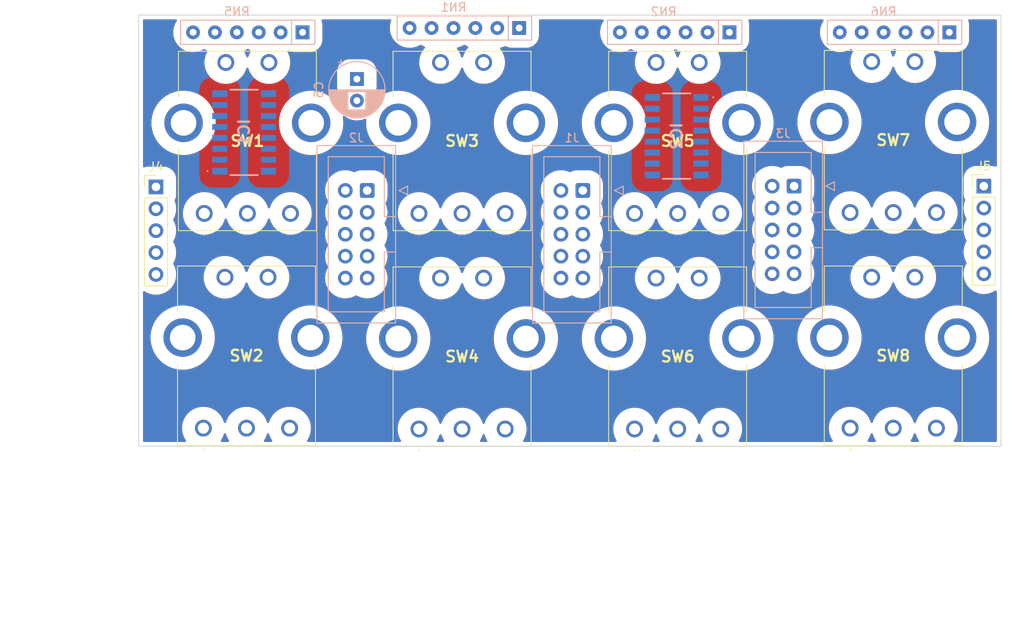
<source format=kicad_pcb>
(kicad_pcb (version 20221018) (generator pcbnew)
  (layers (0 "F.Cu" signal) (31 "B.Cu" signal) (34 "B.Paste" user) (35 "F.Paste" user) (36 "B.SilkS" user "B.Silkscreen") (37 "F.SilkS" user "F.Silkscreen") (38 "B.Mask" user) (39 "F.Mask" user) (44 "Edge.Cuts" user))
  (net 0 "")
  (net 3 "Net-(J1-Pad3)")
  (net 4 "Net-(J1-Pad4)")
  (net 5 "Net-(J1-Pad5)")
  (net 6 "Net-(J1-Pad6)")
  (net 7 "Net-(J1-Pad7)")
  (net 8 "Net-(J1-Pad8)")
  (net 9 "/D1")
  (net 10 "/D0")
  (net 11 "/GND")
  (net 12 "/VCC")
  (net 13 "/S0")
  (net 14 "/DIN_SC")
  (net 15 "/DOUT_SC")
  (net 16 "/DIN_RC")
  (net 17 "/DOUT_RC")
  (net 18 "Net-(IC1-D3)")
  (net 19 "Net-(IC1-D2)")
  (net 20 "Net-(IC1-D1)")
  (net 21 "Net-(IC1-D0)")
  (net 22 "Net-(IC1-DS)")
  (net 23 "Net-(IC2-D3)")
  (net 24 "Net-(IC2-D2)")
  (net 25 "Net-(IC2-D1)")
  (net 26 "Net-(IC2-D0)")
  (net 27 "Net-(IC1-D7)")
  (net 28 "Net-(IC1-D6)")
  (net 29 "Net-(IC1-D5)")
  (net 30 "Net-(IC1-D4)")
  (net 32 "Net-(IC2-D7)")
  (net 33 "Net-(IC2-D6)")
  (net 34 "Net-(IC2-D5)")
  (net 35 "Net-(IC2-D4)")
  (footprint "Connector_PinHeader_2.54mm:PinHeader_1x05_P2.54mm_Vertical" (layer "F.Cu") (at 97 119.92)
    (fp_text reference "J4" (at 0 -2.33) (layer "F.SilkS"))
    (fp_text value "Conn_01x05")
    (fp_line (start -1.33 -1.33) (end 0 -1.33) (stroke (width 0.12)) (layer "F.SilkS"))
    (fp_line (start -1.33 0) (end -1.33 -1.33) (stroke (width 0.12)) (layer "F.SilkS"))
    (fp_line (start -1.33 1.27) (end -1.33 11.49) (stroke (width 0.12)) (layer "F.SilkS"))
    (fp_line (start -1.33 1.27) (end 1.33 1.27) (stroke (width 0.12)) (layer "F.SilkS"))
    (fp_line (start -1.33 11.49) (end 1.33 11.49) (stroke (width 0.12)) (layer "F.SilkS"))
    (fp_line (start 1.33 1.27) (end 1.33 11.49) (stroke (width 0.12)) (layer "F.SilkS"))
    (pad "1" thru_hole rect (at 0 0) (size 1.7 1.7) (drill 1) (layers "*.Cu" "*.Mask") (net 11 "/GND"))
    (pad "2" thru_hole oval (at 0 2.54) (size 1.7 1.7) (drill 1) (layers "*.Cu" "*.Mask") (net 12 "/VCC"))
    (pad "3" thru_hole oval (at 0 5.08) (size 1.7 1.7) (drill 1) (layers "*.Cu" "*.Mask") (net 13 "/S0"))
    (pad "4" thru_hole oval (at 0 7.62) (size 1.7 1.7) (drill 1) (layers "*.Cu" "*.Mask") (net 15 "/DOUT_SC"))
    (pad "5" thru_hole oval (at 0 10.16) (size 1.7 1.7) (drill 1) (layers "*.Cu" "*.Mask") (net 17 "/DOUT_RC"))
  )
  (footprint "ksir 2022:PEC164120FS0012" (layer "F.Cu") (at 177.5 147.9)
    (fp_text reference "SW8" (at 5 -8.4) (layer "F.SilkS") (effects (font (size 1.27 1.27) (thickness 0.254))))
    (fp_text value "PEC16-4XXXF-SXXXX" hide)
    (fp_line (start -3 -18.8) (end -3 -13.5) (stroke (width 0.1)) (layer "F.SilkS"))
    (fp_line (start -3 -7.5) (end -3 2) (stroke (width 0.1)) (layer "F.SilkS"))
    (fp_line (start -3 2) (end 13 2) (stroke (width 0.1)) (layer "F.SilkS"))
    (fp_line (start 0 2.4) (end 0 2.4) (stroke (width 0.1)) (layer "F.SilkS"))
    (fp_line (start 0 2.5) (end 0 2.5) (stroke (width 0.1)) (layer "F.SilkS"))
    (fp_line (start 13 -18.8) (end -3 -18.8) (stroke (width 0.1)) (layer "F.SilkS"))
    (fp_line (start 13 -13.5) (end 13 -18.8) (stroke (width 0.1)) (layer "F.SilkS"))
    (fp_line (start 13 2) (end 13 -7.5) (stroke (width 0.1)) (layer "F.SilkS"))
    (fp_arc (start 0 2.4) (mid 0.05 2.45) (end 0 2.5) (stroke (width 0.1)) (layer "F.SilkS"))
    (fp_arc (start 0 2.5) (mid -0.05 2.45) (end 0 2.4) (stroke (width 0.1)) (layer "F.SilkS"))
    (pad "A" thru_hole circle (at 0 0) (size 1.95 1.95) (drill 1.3) (layers "*.Cu" "*.Mask"))
    (pad "B" thru_hole circle (at 5 0) (size 1.95 1.95) (drill 1.3) (layers "*.Cu" "*.Mask"))
    (pad "C" thru_hole circle (at 10 0) (size 1.95 1.95) (drill 1.3) (layers "*.Cu" "*.Mask"))
    (pad "MH1" thru_hole circle (at -2.4 -10.5) (size 4.46 4.46) (drill 2.9732) (layers "*.Cu" "*.Mask"))
    (pad "MH2" thru_hole circle (at 12.4 -10.5) (size 4.46 4.46) (drill 2.9732) (layers "*.Cu" "*.Mask"))
    (pad "S1" thru_hole circle (at 2.5 -17.5) (size 1.95 1.95) (drill 1.3) (layers "*.Cu" "*.Mask"))
    (pad "S2" thru_hole circle (at 7.5 -17.5) (size 1.95 1.95) (drill 1.3) (layers "*.Cu" "*.Mask"))
  )
  (footprint "ksir 2022:PEC164120FS0012" (layer "F.Cu") (at 127.5 148)
    (fp_text reference "SW4" (at 5 -8.4) (layer "F.SilkS") (effects (font (size 1.27 1.27) (thickness 0.254))))
    (fp_text value "PEC16-4XXXF-SXXXX" hide)
    (fp_line (start -3 -18.8) (end -3 -13.5) (stroke (width 0.1)) (layer "F.SilkS"))
    (fp_line (start -3 -7.5) (end -3 2) (stroke (width 0.1)) (layer "F.SilkS"))
    (fp_line (start -3 2) (end 13 2) (stroke (width 0.1)) (layer "F.SilkS"))
    (fp_line (start 0 2.4) (end 0 2.4) (stroke (width 0.1)) (layer "F.SilkS"))
    (fp_line (start 0 2.5) (end 0 2.5) (stroke (width 0.1)) (layer "F.SilkS"))
    (fp_line (start 13 -18.8) (end -3 -18.8) (stroke (width 0.1)) (layer "F.SilkS"))
    (fp_line (start 13 -13.5) (end 13 -18.8) (stroke (width 0.1)) (layer "F.SilkS"))
    (fp_line (start 13 2) (end 13 -7.5) (stroke (width 0.1)) (layer "F.SilkS"))
    (fp_arc (start 0 2.4) (mid 0.05 2.45) (end 0 2.5) (stroke (width 0.1)) (layer "F.SilkS"))
    (fp_arc (start 0 2.5) (mid -0.05 2.45) (end 0 2.4) (stroke (width 0.1)) (layer "F.SilkS"))
    (pad "A" thru_hole circle (at 0 0) (size 1.95 1.95) (drill 1.3) (layers "*.Cu" "*.Mask"))
    (pad "B" thru_hole circle (at 5 0) (size 1.95 1.95) (drill 1.3) (layers "*.Cu" "*.Mask"))
    (pad "C" thru_hole circle (at 10 0) (size 1.95 1.95) (drill 1.3) (layers "*.Cu" "*.Mask"))
    (pad "MH1" thru_hole circle (at -2.4 -10.5) (size 4.46 4.46) (drill 2.9732) (layers "*.Cu" "*.Mask"))
    (pad "MH2" thru_hole circle (at 12.4 -10.5) (size 4.46 4.46) (drill 2.9732) (layers "*.Cu" "*.Mask"))
    (pad "S1" thru_hole circle (at 2.5 -17.5) (size 1.95 1.95) (drill 1.3) (layers "*.Cu" "*.Mask"))
    (pad "S2" thru_hole circle (at 7.5 -17.5) (size 1.95 1.95) (drill 1.3) (layers "*.Cu" "*.Mask"))
  )
  (footprint "Connector_PinHeader_2.54mm:PinHeader_1x05_P2.54mm_Vertical" (layer "F.Cu") (at 193 119.84)
    (fp_text reference "J5" (at 0 -2.33) (layer "F.SilkS"))
    (fp_text value "Conn_01x05")
    (fp_line (start -1.33 -1.33) (end 0 -1.33) (stroke (width 0.12)) (layer "F.SilkS"))
    (fp_line (start -1.33 0) (end -1.33 -1.33) (stroke (width 0.12)) (layer "F.SilkS"))
    (fp_line (start -1.33 1.27) (end -1.33 11.49) (stroke (width 0.12)) (layer "F.SilkS"))
    (fp_line (start -1.33 1.27) (end 1.33 1.27) (stroke (width 0.12)) (layer "F.SilkS"))
    (fp_line (start -1.33 11.49) (end 1.33 11.49) (stroke (width 0.12)) (layer "F.SilkS"))
    (fp_line (start 1.33 1.27) (end 1.33 11.49) (stroke (width 0.12)) (layer "F.SilkS"))
    (pad "1" thru_hole rect (at 0 0) (size 1.7 1.7) (drill 1) (layers "*.Cu" "*.Mask") (net 11 "/GND"))
    (pad "2" thru_hole oval (at 0 2.54) (size 1.7 1.7) (drill 1) (layers "*.Cu" "*.Mask") (net 12 "/VCC"))
    (pad "3" thru_hole oval (at 0 5.08) (size 1.7 1.7) (drill 1) (layers "*.Cu" "*.Mask") (net 13 "/S0"))
    (pad "4" thru_hole oval (at 0 7.62) (size 1.7 1.7) (drill 1) (layers "*.Cu" "*.Mask") (net 15 "/DOUT_SC"))
    (pad "5" thru_hole oval (at 0 10.16) (size 1.7 1.7) (drill 1) (layers "*.Cu" "*.Mask") (net 17 "/DOUT_RC"))
  )
  (footprint "ksir 2022:PEC164120FS0012" (layer "F.Cu") (at 102.6 123)
    (fp_text reference "SW1" (at 5 -8.4) (layer "F.SilkS") (effects (font (size 1.27 1.27) (thickness 0.254))))
    (fp_text value "PEC16-4XXXF-SXXXX" hide)
    (fp_line (start -3 -18.8) (end -3 -13.5) (stroke (width 0.1)) (layer "F.SilkS"))
    (fp_line (start -3 -7.5) (end -3 2) (stroke (width 0.1)) (layer "F.SilkS"))
    (fp_line (start -3 2) (end 13 2) (stroke (width 0.1)) (layer "F.SilkS"))
    (fp_line (start 0 2.4) (end 0 2.4) (stroke (width 0.1)) (layer "F.SilkS"))
    (fp_line (start 0 2.5) (end 0 2.5) (stroke (width 0.1)) (layer "F.SilkS"))
    (fp_line (start 13 -18.8) (end -3 -18.8) (stroke (width 0.1)) (layer "F.SilkS"))
    (fp_line (start 13 -13.5) (end 13 -18.8) (stroke (width 0.1)) (layer "F.SilkS"))
    (fp_line (start 13 2) (end 13 -7.5) (stroke (width 0.1)) (layer "F.SilkS"))
    (fp_arc (start 0 2.4) (mid 0.05 2.45) (end 0 2.5) (stroke (width 0.1)) (layer "F.SilkS"))
    (fp_arc (start 0 2.5) (mid -0.05 2.45) (end 0 2.4) (stroke (width 0.1)) (layer "F.SilkS"))
    (pad "A" thru_hole circle (at 0 0) (size 1.95 1.95) (drill 1.3) (layers "*.Cu" "*.Mask"))
    (pad "B" thru_hole circle (at 5 0) (size 1.95 1.95) (drill 1.3) (layers "*.Cu" "*.Mask"))
    (pad "C" thru_hole circle (at 10 0) (size 1.95 1.95) (drill 1.3) (layers "*.Cu" "*.Mask"))
    (pad "MH1" thru_hole circle (at -2.4 -10.5) (size 4.46 4.46) (drill 2.9732) (layers "*.Cu" "*.Mask"))
    (pad "MH2" thru_hole circle (at 12.4 -10.5) (size 4.46 4.46) (drill 2.9732) (layers "*.Cu" "*.Mask"))
    (pad "S1" thru_hole circle (at 2.5 -17.5) (size 1.95 1.95) (drill 1.3) (layers "*.Cu" "*.Mask"))
    (pad "S2" thru_hole circle (at 7.5 -17.5) (size 1.95 1.95) (drill 1.3) (layers "*.Cu" "*.Mask"))
  )
  (footprint "ksir 2022:PEC164120FS0012" (layer "F.Cu") (at 152.5 123)
    (fp_text reference "SW5" (at 5 -8.4) (layer "F.SilkS") (effects (font (size 1.27 1.27) (thickness 0.254))))
    (fp_text value "PEC16-4XXXF-SXXXX" hide)
    (fp_line (start -3 -18.8) (end -3 -13.5) (stroke (width 0.1)) (layer "F.SilkS"))
    (fp_line (start -3 -7.5) (end -3 2) (stroke (width 0.1)) (layer "F.SilkS"))
    (fp_line (start -3 2) (end 13 2) (stroke (width 0.1)) (layer "F.SilkS"))
    (fp_line (start 0 2.4) (end 0 2.4) (stroke (width 0.1)) (layer "F.SilkS"))
    (fp_line (start 0 2.5) (end 0 2.5) (stroke (width 0.1)) (layer "F.SilkS"))
    (fp_line (start 13 -18.8) (end -3 -18.8) (stroke (width 0.1)) (layer "F.SilkS"))
    (fp_line (start 13 -13.5) (end 13 -18.8) (stroke (width 0.1)) (layer "F.SilkS"))
    (fp_line (start 13 2) (end 13 -7.5) (stroke (width 0.1)) (layer "F.SilkS"))
    (fp_arc (start 0 2.4) (mid 0.05 2.45) (end 0 2.5) (stroke (width 0.1)) (layer "F.SilkS"))
    (fp_arc (start 0 2.5) (mid -0.05 2.45) (end 0 2.4) (stroke (width 0.1)) (layer "F.SilkS"))
    (pad "A" thru_hole circle (at 0 0) (size 1.95 1.95) (drill 1.3) (layers "*.Cu" "*.Mask"))
    (pad "B" thru_hole circle (at 5 0) (size 1.95 1.95) (drill 1.3) (layers "*.Cu" "*.Mask"))
    (pad "C" thru_hole circle (at 10 0) (size 1.95 1.95) (drill 1.3) (layers "*.Cu" "*.Mask"))
    (pad "MH1" thru_hole circle (at -2.4 -10.5) (size 4.46 4.46) (drill 2.9732) (layers "*.Cu" "*.Mask"))
    (pad "MH2" thru_hole circle (at 12.4 -10.5) (size 4.46 4.46) (drill 2.9732) (layers "*.Cu" "*.Mask"))
    (pad "S1" thru_hole circle (at 2.5 -17.5) (size 1.95 1.95) (drill 1.3) (layers "*.Cu" "*.Mask"))
    (pad "S2" thru_hole circle (at 7.5 -17.5) (size 1.95 1.95) (drill 1.3) (layers "*.Cu" "*.Mask"))
  )
  (footprint "ksir 2022:PEC164120FS0012" (layer "F.Cu") (at 102.5 147.9)
    (fp_text reference "SW2" (at 5 -8.4) (layer "F.SilkS") (effects (font (size 1.27 1.27) (thickness 0.254))))
    (fp_text value "PEC16-4XXXF-SXXXX" hide)
    (fp_line (start -3 -18.8) (end -3 -13.5) (stroke (width 0.1)) (layer "F.SilkS"))
    (fp_line (start -3 -7.5) (end -3 2) (stroke (width 0.1)) (layer "F.SilkS"))
    (fp_line (start -3 2) (end 13 2) (stroke (width 0.1)) (layer "F.SilkS"))
    (fp_line (start 0 2.4) (end 0 2.4) (stroke (width 0.1)) (layer "F.SilkS"))
    (fp_line (start 0 2.5) (end 0 2.5) (stroke (width 0.1)) (layer "F.SilkS"))
    (fp_line (start 13 -18.8) (end -3 -18.8) (stroke (width 0.1)) (layer "F.SilkS"))
    (fp_line (start 13 -13.5) (end 13 -18.8) (stroke (width 0.1)) (layer "F.SilkS"))
    (fp_line (start 13 2) (end 13 -7.5) (stroke (width 0.1)) (layer "F.SilkS"))
    (fp_arc (start 0 2.4) (mid 0.05 2.45) (end 0 2.5) (stroke (width 0.1)) (layer "F.SilkS"))
    (fp_arc (start 0 2.5) (mid -0.05 2.45) (end 0 2.4) (stroke (width 0.1)) (layer "F.SilkS"))
    (pad "A" thru_hole circle (at 0 0) (size 1.95 1.95) (drill 1.3) (layers "*.Cu" "*.Mask"))
    (pad "B" thru_hole circle (at 5 0) (size 1.95 1.95) (drill 1.3) (layers "*.Cu" "*.Mask"))
    (pad "C" thru_hole circle (at 10 0) (size 1.95 1.95) (drill 1.3) (layers "*.Cu" "*.Mask"))
    (pad "MH1" thru_hole circle (at -2.4 -10.5) (size 4.46 4.46) (drill 2.9732) (layers "*.Cu" "*.Mask"))
    (pad "MH2" thru_hole circle (at 12.4 -10.5) (size 4.46 4.46) (drill 2.9732) (layers "*.Cu" "*.Mask"))
    (pad "S1" thru_hole circle (at 2.5 -17.5) (size 1.95 1.95) (drill 1.3) (layers "*.Cu" "*.Mask"))
    (pad "S2" thru_hole circle (at 7.5 -17.5) (size 1.95 1.95) (drill 1.3) (layers "*.Cu" "*.Mask"))
  )
  (footprint "ksir 2022:PEC164120FS0012" (layer "F.Cu") (at 127.5 123)
    (fp_text reference "SW3" (at 5 -8.4) (layer "F.SilkS") (effects (font (size 1.27 1.27) (thickness 0.254))))
    (fp_text value "PEC16-4XXXF-SXXXX" hide)
    (fp_line (start -3 -18.8) (end -3 -13.5) (stroke (width 0.1)) (layer "F.SilkS"))
    (fp_line (start -3 -7.5) (end -3 2) (stroke (width 0.1)) (layer "F.SilkS"))
    (fp_line (start -3 2) (end 13 2) (stroke (width 0.1)) (layer "F.SilkS"))
    (fp_line (start 0 2.4) (end 0 2.4) (stroke (width 0.1)) (layer "F.SilkS"))
    (fp_line (start 0 2.5) (end 0 2.5) (stroke (width 0.1)) (layer "F.SilkS"))
    (fp_line (start 13 -18.8) (end -3 -18.8) (stroke (width 0.1)) (layer "F.SilkS"))
    (fp_line (start 13 -13.5) (end 13 -18.8) (stroke (width 0.1)) (layer "F.SilkS"))
    (fp_line (start 13 2) (end 13 -7.5) (stroke (width 0.1)) (layer "F.SilkS"))
    (fp_arc (start 0 2.4) (mid 0.05 2.45) (end 0 2.5) (stroke (width 0.1)) (layer "F.SilkS"))
    (fp_arc (start 0 2.5) (mid -0.05 2.45) (end 0 2.4) (stroke (width 0.1)) (layer "F.SilkS"))
    (pad "A" thru_hole circle (at 0 0) (size 1.95 1.95) (drill 1.3) (layers "*.Cu" "*.Mask"))
    (pad "B" thru_hole circle (at 5 0) (size 1.95 1.95) (drill 1.3) (layers "*.Cu" "*.Mask"))
    (pad "C" thru_hole circle (at 10 0) (size 1.95 1.95) (drill 1.3) (layers "*.Cu" "*.Mask"))
    (pad "MH1" thru_hole circle (at -2.4 -10.5) (size 4.46 4.46) (drill 2.9732) (layers "*.Cu" "*.Mask"))
    (pad "MH2" thru_hole circle (at 12.4 -10.5) (size 4.46 4.46) (drill 2.9732) (layers "*.Cu" "*.Mask"))
    (pad "S1" thru_hole circle (at 2.5 -17.5) (size 1.95 1.95) (drill 1.3) (layers "*.Cu" "*.Mask"))
    (pad "S2" thru_hole circle (at 7.5 -17.5) (size 1.95 1.95) (drill 1.3) (layers "*.Cu" "*.Mask"))
  )
  (footprint "ksir 2022:PEC164120FS0012" (layer "F.Cu") (at 152.5 148)
    (fp_text reference "SW6" (at 5 -8.4) (layer "F.SilkS") (effects (font (size 1.27 1.27) (thickness 0.254))))
    (fp_text value "PEC16-4XXXF-SXXXX" hide)
    (fp_line (start -3 -18.8) (end -3 -13.5) (stroke (width 0.1)) (layer "F.SilkS"))
    (fp_line (start -3 -7.5) (end -3 2) (stroke (width 0.1)) (layer "F.SilkS"))
    (fp_line (start -3 2) (end 13 2) (stroke (width 0.1)) (layer "F.SilkS"))
    (fp_line (start 0 2.4) (end 0 2.4) (stroke (width 0.1)) (layer "F.SilkS"))
    (fp_line (start 0 2.5) (end 0 2.5) (stroke (width 0.1)) (layer "F.SilkS"))
    (fp_line (start 13 -18.8) (end -3 -18.8) (stroke (width 0.1)) (layer "F.SilkS"))
    (fp_line (start 13 -13.5) (end 13 -18.8) (stroke (width 0.1)) (layer "F.SilkS"))
    (fp_line (start 13 2) (end 13 -7.5) (stroke (width 0.1)) (layer "F.SilkS"))
    (fp_arc (start 0 2.4) (mid 0.05 2.45) (end 0 2.5) (stroke (width 0.1)) (layer "F.SilkS"))
    (fp_arc (start 0 2.5) (mid -0.05 2.45) (end 0 2.4) (stroke (width 0.1)) (layer "F.SilkS"))
    (pad "A" thru_hole circle (at 0 0) (size 1.95 1.95) (drill 1.3) (layers "*.Cu" "*.Mask"))
    (pad "B" thru_hole circle (at 5 0) (size 1.95 1.95) (drill 1.3) (layers "*.Cu" "*.Mask"))
    (pad "C" thru_hole circle (at 10 0) (size 1.95 1.95) (drill 1.3) (layers "*.Cu" "*.Mask"))
    (pad "MH1" thru_hole circle (at -2.4 -10.5) (size 4.46 4.46) (drill 2.9732) (layers "*.Cu" "*.Mask"))
    (pad "MH2" thru_hole circle (at 12.4 -10.5) (size 4.46 4.46) (drill 2.9732) (layers "*.Cu" "*.Mask"))
    (pad "S1" thru_hole circle (at 2.5 -17.5) (size 1.95 1.95) (drill 1.3) (layers "*.Cu" "*.Mask"))
    (pad "S2" thru_hole circle (at 7.5 -17.5) (size 1.95 1.95) (drill 1.3) (layers "*.Cu" "*.Mask"))
  )
  (footprint "ksir 2022:PEC164120FS0012" (layer "F.Cu") (at 177.5 122.9)
    (fp_text reference "SW7" (at 5 -8.4) (layer "F.SilkS") (effects (font (size 1.27 1.27) (thickness 0.254))))
    (fp_text value "PEC16-4XXXF-SXXXX" hide)
    (fp_line (start -3 -18.8) (end -3 -13.5) (stroke (width 0.1)) (layer "F.SilkS"))
    (fp_line (start -3 -7.5) (end -3 2) (stroke (width 0.1)) (layer "F.SilkS"))
    (fp_line (start -3 2) (end 13 2) (stroke (width 0.1)) (layer "F.SilkS"))
    (fp_line (start 0 2.4) (end 0 2.4) (stroke (width 0.1)) (layer "F.SilkS"))
    (fp_line (start 0 2.5) (end 0 2.5) (stroke (width 0.1)) (layer "F.SilkS"))
    (fp_line (start 13 -18.8) (end -3 -18.8) (stroke (width 0.1)) (layer "F.SilkS"))
    (fp_line (start 13 -13.5) (end 13 -18.8) (stroke (width 0.1)) (layer "F.SilkS"))
    (fp_line (start 13 2) (end 13 -7.5) (stroke (width 0.1)) (layer "F.SilkS"))
    (fp_arc (start 0 2.4) (mid 0.05 2.45) (end 0 2.5) (stroke (width 0.1)) (layer "F.SilkS"))
    (fp_arc (start 0 2.5) (mid -0.05 2.45) (end 0 2.4) (stroke (width 0.1)) (layer "F.SilkS"))
    (pad "A" thru_hole circle (at 0 0) (size 1.95 1.95) (drill 1.3) (layers "*.Cu" "*.Mask"))
    (pad "B" thru_hole circle (at 5 0) (size 1.95 1.95) (drill 1.3) (layers "*.Cu" "*.Mask"))
    (pad "C" thru_hole circle (at 10 0) (size 1.95 1.95) (drill 1.3) (layers "*.Cu" "*.Mask"))
    (pad "MH1" thru_hole circle (at -2.4 -10.5) (size 4.46 4.46) (drill 2.9732) (layers "*.Cu" "*.Mask"))
    (pad "MH2" thru_hole circle (at 12.4 -10.5) (size 4.46 4.46) (drill 2.9732) (layers "*.Cu" "*.Mask"))
    (pad "S1" thru_hole circle (at 2.5 -17.5) (size 1.95 1.95) (drill 1.3) (layers "*.Cu" "*.Mask"))
    (pad "S2" thru_hole circle (at 7.5 -17.5) (size 1.95 1.95) (drill 1.3) (layers "*.Cu" "*.Mask"))
  )
  (footprint "Resistor_THT:R_Array_SIP6" (layer "B.Cu") (at 189 102 180)
    (fp_text reference "RN6" (at 7.62 2.4) (layer "B.SilkS") (effects (justify mirror)))
    (fp_text value "10K")
    (fp_line (start -1.44 -1.4) (end 14.14 -1.4) (stroke (width 0.12)) (layer "B.SilkS"))
    (fp_line (start -1.44 1.4) (end -1.44 -1.4) (stroke (width 0.12)) (layer "B.SilkS"))
    (fp_line (start 1.27 1.4) (end 1.27 -1.4) (stroke (width 0.12)) (layer "B.SilkS"))
    (fp_line (start 14.14 -1.4) (end 14.14 1.4) (stroke (width 0.12)) (layer "B.SilkS"))
    (fp_line (start 14.14 1.4) (end -1.44 1.4) (stroke (width 0.12)) (layer "B.SilkS"))
    (pad "1" thru_hole rect (at 0 0 180) (size 1.6 1.6) (drill 0.8) (layers "*.Cu" "*.Mask") (net 12 "/VCC"))
    (pad "2" thru_hole oval (at 2.54 0 180) (size 1.6 1.6) (drill 0.8) (layers "*.Cu" "*.Mask") (net 32 "Net-(IC2-D7)"))
    (pad "3" thru_hole oval (at 5.08 0 180) (size 1.6 1.6) (drill 0.8) (layers "*.Cu" "*.Mask") (net 33 "Net-(IC2-D6)"))
    (pad "4" thru_hole oval (at 7.62 0 180) (size 1.6 1.6) (drill 0.8) (layers "*.Cu" "*.Mask") (net 34 "Net-(IC2-D5)"))
    (pad "5" thru_hole oval (at 10.16 0 180) (size 1.6 1.6) (drill 0.8) (layers "*.Cu" "*.Mask") (net 35 "Net-(IC2-D4)"))
    (pad "6" thru_hole oval (at 12.7 0 180) (size 1.6 1.6) (drill 0.8) (layers "*.Cu" "*.Mask"))
  )
  (footprint "Resistor_THT:R_Array_SIP6" (layer "B.Cu") (at 163.5 102 180)
    (fp_text reference "RN2" (at 7.62 2.4) (layer "B.SilkS") (effects (justify mirror)))
    (fp_text value "10K")
    (fp_line (start -1.44 -1.4) (end 14.14 -1.4) (stroke (width 0.12)) (layer "B.SilkS"))
    (fp_line (start -1.44 1.4) (end -1.44 -1.4) (stroke (width 0.12)) (layer "B.SilkS"))
    (fp_line (start 1.27 1.4) (end 1.27 -1.4) (stroke (width 0.12)) (layer "B.SilkS"))
    (fp_line (start 14.14 -1.4) (end 14.14 1.4) (stroke (width 0.12)) (layer "B.SilkS"))
    (fp_line (start 14.14 1.4) (end -1.44 1.4) (stroke (width 0.12)) (layer "B.SilkS"))
    (pad "1" thru_hole rect (at 0 0 180) (size 1.6 1.6) (drill 0.8) (layers "*.Cu" "*.Mask") (net 12 "/VCC"))
    (pad "2" thru_hole oval (at 2.54 0 180) (size 1.6 1.6) (drill 0.8) (layers "*.Cu" "*.Mask") (net 23 "Net-(IC2-D3)"))
    (pad "3" thru_hole oval (at 5.08 0 180) (size 1.6 1.6) (drill 0.8) (layers "*.Cu" "*.Mask") (net 24 "Net-(IC2-D2)"))
    (pad "4" thru_hole oval (at 7.62 0 180) (size 1.6 1.6) (drill 0.8) (layers "*.Cu" "*.Mask") (net 25 "Net-(IC2-D1)"))
    (pad "5" thru_hole oval (at 10.16 0 180) (size 1.6 1.6) (drill 0.8) (layers "*.Cu" "*.Mask") (net 26 "Net-(IC2-D0)"))
    (pad "6" thru_hole oval (at 12.7 0 180) (size 1.6 1.6) (drill 0.8) (layers "*.Cu" "*.Mask") (net 13 "/S0"))
  )
  (footprint "Capacitor_THT:CP_Radial_D6.3mm_P2.50mm" (layer "B.Cu") (at 120.3 107.417621 -90)
    (fp_text reference "C5" (at 1.25 4.4 -270) (layer "B.SilkS") (effects (justify mirror)))
    (fp_text value "100UF")
    (fp_line (start -2.250241 1.839) (end -1.620241 1.839) (stroke (width 0.12)) (layer "B.SilkS"))
    (fp_line (start -1.935241 2.154) (end -1.935241 1.524) (stroke (width 0.12)) (layer "B.SilkS"))
    (fp_line (start 1.25 3.23) (end 1.25 -3.23) (stroke (width 0.12)) (layer "B.SilkS"))
    (fp_line (start 1.29 3.23) (end 1.29 -3.23) (stroke (width 0.12)) (layer "B.SilkS"))
    (fp_line (start 1.33 3.23) (end 1.33 -3.23) (stroke (width 0.12)) (layer "B.SilkS"))
    (fp_line (start 1.37 3.228) (end 1.37 -3.228) (stroke (width 0.12)) (layer "B.SilkS"))
    (fp_line (start 1.41 3.227) (end 1.41 -3.227) (stroke (width 0.12)) (layer "B.SilkS"))
    (fp_line (start 1.45 3.224) (end 1.45 -3.224) (stroke (width 0.12)) (layer "B.SilkS"))
    (fp_line (start 1.49 -1.04) (end 1.49 -3.222) (stroke (width 0.12)) (layer "B.SilkS"))
    (fp_line (start 1.49 3.222) (end 1.49 1.04) (stroke (width 0.12)) (layer "B.SilkS"))
    (fp_line (start 1.53 -1.04) (end 1.53 -3.218) (stroke (width 0.12)) (layer "B.SilkS"))
    (fp_line (start 1.53 3.218) (end 1.53 1.04) (stroke (width 0.12)) (layer "B.SilkS"))
    (fp_line (start 1.57 -1.04) (end 1.57 -3.215) (stroke (width 0.12)) (layer "B.SilkS"))
    (fp_line (start 1.57 3.215) (end 1.57 1.04) (stroke (width 0.12)) (layer "B.SilkS"))
    (fp_line (start 1.61 -1.04) (end 1.61 -3.211) (stroke (width 0.12)) (layer "B.SilkS"))
    (fp_line (start 1.61 3.211) (end 1.61 1.04) (stroke (width 0.12)) (layer "B.SilkS"))
    (fp_line (start 1.65 -1.04) (end 1.65 -3.206) (stroke (width 0.12)) (layer "B.SilkS"))
    (fp_line (start 1.65 3.206) (end 1.65 1.04) (stroke (width 0.12)) (layer "B.SilkS"))
    (fp_line (start 1.69 -1.04) (end 1.69 -3.201) (stroke (width 0.12)) (layer "B.SilkS"))
    (fp_line (start 1.69 3.201) (end 1.69 1.04) (stroke (width 0.12)) (layer "B.SilkS"))
    (fp_line (start 1.73 -1.04) (end 1.73 -3.195) (stroke (width 0.12)) (layer "B.SilkS"))
    (fp_line (start 1.73 3.195) (end 1.73 1.04) (stroke (width 0.12)) (layer "B.SilkS"))
    (fp_line (start 1.77 -1.04) (end 1.77 -3.189) (stroke (width 0.12)) (layer "B.SilkS"))
    (fp_line (start 1.77 3.189) (end 1.77 1.04) (stroke (width 0.12)) (layer "B.SilkS"))
    (fp_line (start 1.81 -1.04) (end 1.81 -3.182) (stroke (width 0.12)) (layer "B.SilkS"))
    (fp_line (start 1.81 3.182) (end 1.81 1.04) (stroke (width 0.12)) (layer "B.SilkS"))
    (fp_line (start 1.85 -1.04) (end 1.85 -3.175) (stroke (width 0.12)) (layer "B.SilkS"))
    (fp_line (start 1.85 3.175) (end 1.85 1.04) (stroke (width 0.12)) (layer "B.SilkS"))
    (fp_line (start 1.89 -1.04) (end 1.89 -3.167) (stroke (width 0.12)) (layer "B.SilkS"))
    (fp_line (start 1.89 3.167) (end 1.89 1.04) (stroke (width 0.12)) (layer "B.SilkS"))
    (fp_line (start 1.93 -1.04) (end 1.93 -3.159) (stroke (width 0.12)) (layer "B.SilkS"))
    (fp_line (start 1.93 3.159) (end 1.93 1.04) (stroke (width 0.12)) (layer "B.SilkS"))
    (fp_line (start 1.971 -1.04) (end 1.971 -3.15) (stroke (width 0.12)) (layer "B.SilkS"))
    (fp_line (start 1.971 3.15) (end 1.971 1.04) (stroke (width 0.12)) (layer "B.SilkS"))
    (fp_line (start 2.011 -1.04) (end 2.011 -3.141) (stroke (width 0.12)) (layer "B.SilkS"))
    (fp_line (start 2.011 3.141) (end 2.011 1.04) (stroke (width 0.12)) (layer "B.SilkS"))
    (fp_line (start 2.051 -1.04) (end 2.051 -3.131) (stroke (width 0.12)) (layer "B.SilkS"))
    (fp_line (start 2.051 3.131) (end 2.051 1.04) (stroke (width 0.12)) (layer "B.SilkS"))
    (fp_line (start 2.091 -1.04) (end 2.091 -3.121) (stroke (width 0.12)) (layer "B.SilkS"))
    (fp_line (start 2.091 3.121) (end 2.091 1.04) (stroke (width 0.12)) (layer "B.SilkS"))
    (fp_line (start 2.131 -1.04) (end 2.131 -3.11) (stroke (width 0.12)) (layer "B.SilkS"))
    (fp_line (start 2.131 3.11) (end 2.131 1.04) (stroke (width 0.12)) (layer "B.SilkS"))
    (fp_line (start 2.171 -1.04) (end 2.171 -3.098) (stroke (width 0.12)) (layer "B.SilkS"))
    (fp_line (start 2.171 3.098) (end 2.171 1.04) (stroke (width 0.12)) (layer "B.SilkS"))
    (fp_line (start 2.211 -1.04) (end 2.211 -3.086) (stroke (width 0.12)) (layer "B.SilkS"))
    (fp_line (start 2.211 3.086) (end 2.211 1.04) (stroke (width 0.12)) (layer "B.SilkS"))
    (fp_line (start 2.251 -1.04) (end 2.251 -3.074) (stroke (width 0.12)) (layer "B.SilkS"))
    (fp_line (start 2.251 3.074) (end 2.251 1.04) (stroke (width 0.12)) (layer "B.SilkS"))
    (fp_line (start 2.291 -1.04) (end 2.291 -3.061) (stroke (width 0.12)) (layer "B.SilkS"))
    (fp_line (start 2.291 3.061) (end 2.291 1.04) (stroke (width 0.12)) (layer "B.SilkS"))
    (fp_line (start 2.331 -1.04) (end 2.331 -3.047) (stroke (width 0.12)) (layer "B.SilkS"))
    (fp_line (start 2.331 3.047) (end 2.331 1.04) (stroke (width 0.12)) (layer "B.SilkS"))
    (fp_line (start 2.371 -1.04) (end 2.371 -3.033) (stroke (width 0.12)) (layer "B.SilkS"))
    (fp_line (start 2.371 3.033) (end 2.371 1.04) (stroke (width 0.12)) (layer "B.SilkS"))
    (fp_line (start 2.411 -1.04) (end 2.411 -3.018) (stroke (width 0.12)) (layer "B.SilkS"))
    (fp_line (start 2.411 3.018) (end 2.411 1.04) (stroke (width 0.12)) (layer "B.SilkS"))
    (fp_line (start 2.451 -1.04) (end 2.451 -3.002) (stroke (width 0.12)) (layer "B.SilkS"))
    (fp_line (start 2.451 3.002) (end 2.451 1.04) (stroke (width 0.12)) (layer "B.SilkS"))
    (fp_line (start 2.491 -1.04) (end 2.491 -2.986) (stroke (width 0.12)) (layer "B.SilkS"))
    (fp_line (start 2.491 2.986) (end 2.491 1.04) (stroke (width 0.12)) (layer "B.SilkS"))
    (fp_line (start 2.531 -1.04) (end 2.531 -2.97) (stroke (width 0.12)) (layer "B.SilkS"))
    (fp_line (start 2.531 2.97) (end 2.531 1.04) (stroke (width 0.12)) (layer "B.SilkS"))
    (fp_line (start 2.571 -1.04) (end 2.571 -2.952) (stroke (width 0.12)) (layer "B.SilkS"))
    (fp_line (start 2.571 2.952) (end 2.571 1.04) (stroke (width 0.12)) (layer "B.SilkS"))
    (fp_line (start 2.611 -1.04) (end 2.611 -2.934) (stroke (width 0.12)) (layer "B.SilkS"))
    (fp_line (start 2.611 2.934) (end 2.611 1.04) (stroke (width 0.12)) (layer "B.SilkS"))
    (fp_line (start 2.651 -1.04) (end 2.651 -2.916) (stroke (width 0.12)) (layer "B.SilkS"))
    (fp_line (start 2.651 2.916) (end 2.651 1.04) (stroke (width 0.12)) (layer "B.SilkS"))
    (fp_line (start 2.691 -1.04) (end 2.691 -2.896) (stroke (width 0.12)) (layer "B.SilkS"))
    (fp_line (start 2.691 2.896) (end 2.691 1.04) (stroke (width 0.12)) (layer "B.SilkS"))
    (fp_line (start 2.731 -1.04) (end 2.731 -2.876) (stroke (width 0.12)) (layer "B.SilkS"))
    (fp_line (start 2.731 2.876) (end 2.731 1.04) (stroke (width 0.12)) (layer "B.SilkS"))
    (fp_line (start 2.771 -1.04) (end 2.771 -2.856) (stroke (width 0.12)) (layer "B.SilkS"))
    (fp_line (start 2.771 2.856) (end 2.771 1.04) (stroke (width 0.12)) (layer "B.SilkS"))
    (fp_line (start 2.811 -1.04) (end 2.811 -2.834) (stroke (width 0.12)) (layer "B.SilkS"))
    (fp_line (start 2.811 2.834) (end 2.811 1.04) (stroke (width 0.12)) (layer "B.SilkS"))
    (fp_line (start 2.851 -1.04) (end 2.851 -2.812) (stroke (width 0.12)) (layer "B.SilkS"))
    (fp_line (start 2.851 2.812) (end 2.851 1.04) (stroke (width 0.12)) (layer "B.SilkS"))
    (fp_line (start 2.891 -1.04) (end 2.891 -2.79) (stroke (width 0.12)) (layer "B.SilkS"))
    (fp_line (start 2.891 2.79) (end 2.891 1.04) (stroke (width 0.12)) (layer "B.SilkS"))
    (fp_line (start 2.931 -1.04) (end 2.931 -2.766) (stroke (width 0.12)) (layer "B.SilkS"))
    (fp_line (start 2.931 2.766) (end 2.931 1.04) (stroke (width 0.12)) (layer "B.SilkS"))
    (fp_line (start 2.971 -1.04) (end 2.971 -2.742) (stroke (width 0.12)) (layer "B.SilkS"))
    (fp_line (start 2.971 2.742) (end 2.971 1.04) (stroke (width 0.12)) (layer "B.SilkS"))
    (fp_line (start 3.011 -1.04) (end 3.011 -2.716) (stroke (width 0.12)) (layer "B.SilkS"))
    (fp_line (start 3.011 2.716) (end 3.011 1.04) (stroke (width 0.12)) (layer "B.SilkS"))
    (fp_line (start 3.051 -1.04) (end 3.051 -2.69) (stroke (width 0.12)) (layer "B.SilkS"))
    (fp_line (start 3.051 2.69) (end 3.051 1.04) (stroke (width 0.12)) (layer "B.SilkS"))
    (fp_line (start 3.091 -1.04) (end 3.091 -2.664) (stroke (width 0.12)) (layer "B.SilkS"))
    (fp_line (start 3.091 2.664) (end 3.091 1.04) (stroke (width 0.12)) (layer "B.SilkS"))
    (fp_line (start 3.131 -1.04) (end 3.131 -2.636) (stroke (width 0.12)) (layer "B.SilkS"))
    (fp_line (start 3.131 2.636) (end 3.131 1.04) (stroke (width 0.12)) (layer "B.SilkS"))
    (fp_line (start 3.171 -1.04) (end 3.171 -2.607) (stroke (width 0.12)) (layer "B.SilkS"))
    (fp_line (start 3.171 2.607) (end 3.171 1.04) (stroke (width 0.12)) (layer "B.SilkS"))
    (fp_line (start 3.211 -1.04) (end 3.211 -2.578) (stroke (width 0.12)) (layer "B.SilkS"))
    (fp_line (start 3.211 2.578) (end 3.211 1.04) (stroke (width 0.12)) (layer "B.SilkS"))
    (fp_line (start 3.251 -1.04) (end 3.251 -2.548) (stroke (width 0.12)) (layer "B.SilkS"))
    (fp_line (start 3.251 2.548) (end 3.251 1.04) (stroke (width 0.12)) (layer "B.SilkS"))
    (fp_line (start 3.291 -1.04) (end 3.291 -2.516) (stroke (width 0.12)) (layer "B.SilkS"))
    (fp_line (start 3.291 2.516) (end 3.291 1.04) (stroke (width 0.12)) (layer "B.SilkS"))
    (fp_line (start 3.331 -1.04) (end 3.331 -2.484) (stroke (width 0.12)) (layer "B.SilkS"))
    (fp_line (start 3.331 2.484) (end 3.331 1.04) (stroke (width 0.12)) (layer "B.SilkS"))
    (fp_line (start 3.371 -1.04) (end 3.371 -2.45) (stroke (width 0.12)) (layer "B.SilkS"))
    (fp_line (start 3.371 2.45) (end 3.371 1.04) (stroke (width 0.12)) (layer "B.SilkS"))
    (fp_line (start 3.411 -1.04) (end 3.411 -2.416) (stroke (width 0.12)) (layer "B.SilkS"))
    (fp_line (start 3.411 2.416) (end 3.411 1.04) (stroke (width 0.12)) (layer "B.SilkS"))
    (fp_line (start 3.451 -1.04) (end 3.451 -2.38) (stroke (width 0.12)) (layer "B.SilkS"))
    (fp_line (start 3.451 2.38) (end 3.451 1.04) (stroke (width 0.12)) (layer "B.SilkS"))
    (fp_line (start 3.491 -1.04) (end 3.491 -2.343) (stroke (width 0.12)) (layer "B.SilkS"))
    (fp_line (start 3.491 2.343) (end 3.491 1.04) (stroke (width 0.12)) (layer "B.SilkS"))
    (fp_line (start 3.531 -1.04) (end 3.531 -2.305) (stroke (width 0.12)) (layer "B.SilkS"))
    (fp_line (start 3.531 2.305) (end 3.531 1.04) (stroke (width 0.12)) (layer "B.SilkS"))
    (fp_line (start 3.571 2.265) (end 3.571 -2.265) (stroke (width 0.12)) (layer "B.SilkS"))
    (fp_line (start 3.611 2.224) (end 3.611 -2.224) (stroke (width 0.12)) (layer "B.SilkS"))
    (fp_line (start 3.651 2.182) (end 3.651 -2.182) (stroke (width 0.12)) (layer "B.SilkS"))
    (fp_line (start 3.691 2.137) (end 3.691 -2.137) (stroke (width 0.12)) (layer "B.SilkS"))
    (fp_line (start 3.731 2.092) (end 3.731 -2.092) (stroke (width 0.12)) (layer "B.SilkS"))
    (fp_line (start 3.771 2.044) (end 3.771 -2.044) (stroke (width 0.12)) (layer "B.SilkS"))
    (fp_line (start 3.811 1.995) (end 3.811 -1.995) (stroke (width 0.12)) (layer "B.SilkS"))
    (fp_line (start 3.851 1.944) (end 3.851 -1.944) (stroke (width 0.12)) (layer "B.SilkS"))
    (fp_line (start 3.891 1.89) (end 3.891 -1.89) (stroke (width 0.12)) (layer "B.SilkS"))
    (fp_line (start 3.931 1.834) (end 3.931 -1.834) (stroke (width 0.12)) (layer "B.SilkS"))
    (fp_line (start 3.971 1.776) (end 3.971 -1.776) (stroke (width 0.12)) (layer "B.SilkS"))
    (fp_line (start 4.011 1.714) (end 4.011 -1.714) (stroke (width 0.12)) (layer "B.SilkS"))
    (fp_line (start 4.051 1.65) (end 4.051 -1.65) (stroke (width 0.12)) (layer "B.SilkS"))
    (fp_line (start 4.091 1.581) (end 4.091 -1.581) (stroke (width 0.12)) (layer "B.SilkS"))
    (fp_line (start 4.131 1.509) (end 4.131 -1.509) (stroke (width 0.12)) (layer "B.SilkS"))
    (fp_line (start 4.171 1.432) (end 4.171 -1.432) (stroke (width 0.12)) (layer "B.SilkS"))
    (fp_line (start 4.211 1.35) (end 4.211 -1.35) (stroke (width 0.12)) (layer "B.SilkS"))
    (fp_line (start 4.251 1.262) (end 4.251 -1.262) (stroke (width 0.12)) (layer "B.SilkS"))
    (fp_line (start 4.291 1.165) (end 4.291 -1.165) (stroke (width 0.12)) (layer "B.SilkS"))
    (fp_line (start 4.331 1.059) (end 4.331 -1.059) (stroke (width 0.12)) (layer "B.SilkS"))
    (fp_line (start 4.371 0.94) (end 4.371 -0.94) (stroke (width 0.12)) (layer "B.SilkS"))
    (fp_line (start 4.411 0.802) (end 4.411 -0.802) (stroke (width 0.12)) (layer "B.SilkS"))
    (fp_line (start 4.451 0.633) (end 4.451 -0.633) (stroke (width 0.12)) (layer "B.SilkS"))
    (fp_line (start 4.491 0.402) (end 4.491 -0.402) (stroke (width 0.12)) (layer "B.SilkS"))
    (fp_circle (center 1.25 0) (end 4.52 0) (stroke (width 0.12)) (fill none) (layer "B.SilkS"))
    (pad "1" thru_hole rect (at 0 0 270) (size 1.6 1.6) (drill 0.8) (layers "*.Cu" "*.Mask") (net 11 "/GND"))
    (pad "2" thru_hole circle (at 2.5 0 270) (size 1.6 1.6) (drill 0.8) (layers "*.Cu" "*.Mask") (net 12 "/VCC"))
  )
  (footprint "ksir 2022:74HC165D653" (layer "B.Cu") (at 107.225 113.605 90)
    (fp_text reference "IC1" (at 0 0 90) (layer "B.SilkS") (effects (font (size 1.27 1.27) (thickness 0.254)) (justify mirror)))
    (fp_text value "74HC165" hide)
    (fp_line (start -4.95 1.6) (end -4.95 -1.6) (stroke (width 0.2)) (layer "B.SilkS"))
    (fp_line (start -4.495 -4.3) (end -4.495 -4.3) (stroke (width 0.1)) (layer "B.SilkS"))
    (fp_line (start -4.495 -4.2) (end -4.495 -4.2) (stroke (width 0.1)) (layer "B.SilkS"))
    (fp_line (start 4.95 1.6) (end 4.95 -1.6) (stroke (width 0.2)) (layer "B.SilkS"))
    (fp_arc (start -4.495 -4.3) (mid -4.445 -4.25) (end -4.495 -4.2) (stroke (width 0.1)) (layer "B.SilkS"))
    (fp_arc (start -4.495 -4.2) (mid -4.545 -4.25) (end -4.495 -4.3) (stroke (width 0.1)) (layer "B.SilkS"))
    (pad "1" smd rect (at -4.495 -2.825 90) (size 0.8 1.75) (layers "B.Cu" "B.Paste" "B.Mask") (net 16 "/DIN_RC"))
    (pad "2" smd rect (at -3.175 -2.825 90) (size 0.7 1.75) (layers "B.Cu" "B.Paste" "B.Mask") (net 14 "/DIN_SC"))
    (pad "3" smd rect (at -1.905 -2.825 90) (size 0.7 1.75) (layers "B.Cu" "B.Paste" "B.Mask") (net 30 "Net-(IC1-D4)"))
    (pad "4" smd rect (at -0.635 -2.825 90) (size 0.7 1.75) (layers "B.Cu" "B.Paste" "B.Mask") (net 29 "Net-(IC1-D5)"))
    (pad "5" smd rect (at 0.635 -2.825 90) (size 0.7 1.75) (layers "B.Cu" "B.Paste" "B.Mask") (net 28 "Net-(IC1-D6)"))
    (pad "6" smd rect (at 1.905 -2.825 90) (size 0.7 1.75) (layers "B.Cu" "B.Paste" "B.Mask") (net 27 "Net-(IC1-D7)"))
    (pad "7" smd rect (at 3.175 -2.825 90) (size 0.7 1.75) (layers "B.Cu" "B.Paste" "B.Mask"))
    (pad "8" smd rect (at 4.495 -2.825 90) (size 0.8 1.75) (layers "B.Cu" "B.Paste" "B.Mask") (net 11 "/GND"))
    (pad "9" smd rect (at 4.495 2.825 90) (size 0.8 1.75) (layers "B.Cu" "B.Paste" "B.Mask") (net 13 "/S0"))
    (pad "10" smd rect (at 3.175 2.825 90) (size 0.7 1.75) (layers "B.Cu" "B.Paste" "B.Mask") (net 22 "Net-(IC1-DS)"))
    (pad "11" smd rect (at 1.905 2.825 90) (size 0.7 1.75) (layers "B.Cu" "B.Paste" "B.Mask") (net 21 "Net-(IC1-D0)"))
    (pad "12" smd rect (at 0.635 2.825 90) (size 0.7 1.75) (layers "B.Cu" "B.Paste" "B.Mask") (net 20 "Net-(IC1-D1)"))
    (pad "13" smd rect (at -0.635 2.825 90) (size 0.7 1.75) (layers "B.Cu" "B.Paste" "B.Mask") (net 19 "Net-(IC1-D2)"))
    (pad "14" smd rect (at -1.905 2.825 90) (size 0.7 1.75) (layers "B.Cu" "B.Paste" "B.Mask") (net 18 "Net-(IC1-D3)"))
    (pad "15" smd rect (at -3.175 2.825 90) (size 0.7 1.75) (layers "B.Cu" "B.Paste" "B.Mask") (net 11 "/GND"))
    (pad "16" smd rect (at -4.495 2.825 90) (size 0.8 1.75) (layers "B.Cu" "B.Paste" "B.Mask") (net 12 "/VCC"))
  )
  (footprint "Connector_IDC:IDC-Header_2x05_P2.54mm_Vertical" (layer "B.Cu") (at 146.5 120.34 180)
    (fp_text reference "J1" (at 1.27 6.1) (layer "B.SilkS") (effects (justify mirror)))
    (fp_text value "sin_in")
    (fp_line (start -4.68 -0.5) (end -3.68 0) (stroke (width 0.12)) (layer "B.SilkS"))
    (fp_line (start -4.68 0.5) (end -4.68 -0.5) (stroke (width 0.12)) (layer "B.SilkS"))
    (fp_line (start -3.68 0) (end -4.68 0.5) (stroke (width 0.12)) (layer "B.SilkS"))
    (fp_line (start -3.29 -15.37) (end -3.29 5.21) (stroke (width 0.12)) (layer "B.SilkS"))
    (fp_line (start -3.29 -3.03) (end -1.98 -3.03) (stroke (width 0.12)) (layer "B.SilkS"))
    (fp_line (start -3.29 5.21) (end 5.83 5.21) (stroke (width 0.12)) (layer "B.SilkS"))
    (fp_line (start -1.98 -14.07) (end -1.98 -7.13) (stroke (width 0.12)) (layer "B.SilkS"))
    (fp_line (start -1.98 -7.13) (end -3.29 -7.13) (stroke (width 0.12)) (layer "B.SilkS"))
    (fp_line (start -1.98 -7.13) (end -1.98 -7.13) (stroke (width 0.12)) (layer "B.SilkS"))
    (fp_line (start -1.98 -3.03) (end -1.98 3.91) (stroke (width 0.12)) (layer "B.SilkS"))
    (fp_line (start -1.98 3.91) (end 4.52 3.91) (stroke (width 0.12)) (layer "B.SilkS"))
    (fp_line (start 4.52 -14.07) (end -1.98 -14.07) (stroke (width 0.12)) (layer "B.SilkS"))
    (fp_line (start 4.52 3.91) (end 4.52 -14.07) (stroke (width 0.12)) (layer "B.SilkS"))
    (fp_line (start 5.83 -15.37) (end -3.29 -15.37) (stroke (width 0.12)) (layer "B.SilkS"))
    (fp_line (start 5.83 5.21) (end 5.83 -15.37) (stroke (width 0.12)) (layer "B.SilkS"))
    (pad "1" thru_hole roundrect (at 0 0 180) (size 1.7 1.7) (drill 1) (layers "*.Cu" "*.Mask") (roundrect_rratio 0.147059))
    (pad "2" thru_hole circle (at 2.54 0 180) (size 1.7 1.7) (drill 1) (layers "*.Cu" "*.Mask"))
    (pad "3" thru_hole circle (at 0 -2.54 180) (size 1.7 1.7) (drill 1) (layers "*.Cu" "*.Mask") (net 3 "Net-(J1-Pad3)"))
    (pad "4" thru_hole circle (at 2.54 -2.54 180) (size 1.7 1.7) (drill 1) (layers "*.Cu" "*.Mask") (net 4 "Net-(J1-Pad4)"))
    (pad "5" thru_hole circle (at 0 -5.08 180) (size 1.7 1.7) (drill 1) (layers "*.Cu" "*.Mask") (net 5 "Net-(J1-Pad5)"))
    (pad "6" thru_hole circle (at 2.54 -5.08 180) (size 1.7 1.7) (drill 1) (layers "*.Cu" "*.Mask") (net 6 "Net-(J1-Pad6)"))
    (pad "7" thru_hole circle (at 0 -7.62 180) (size 1.7 1.7) (drill 1) (layers "*.Cu" "*.Mask") (net 7 "Net-(J1-Pad7)"))
    (pad "8" thru_hole circle (at 2.54 -7.62 180) (size 1.7 1.7) (drill 1) (layers "*.Cu" "*.Mask") (net 8 "Net-(J1-Pad8)"))
    (pad "9" thru_hole circle (at 0 -10.16 180) (size 1.7 1.7) (drill 1) (layers "*.Cu" "*.Mask") (net 9 "/D1"))
    (pad "10" thru_hole circle (at 2.54 -10.16 180) (size 1.7 1.7) (drill 1) (layers "*.Cu" "*.Mask") (net 10 "/D0"))
  )
  (footprint "Connector_IDC:IDC-Header_2x05_P2.54mm_Vertical" (layer "B.Cu") (at 171 119.84 180)
    (fp_text reference "J3" (at 1.27 6.1) (layer "B.SilkS") (effects (justify mirror)))
    (fp_text value "sin_in")
    (fp_line (start -4.68 -0.5) (end -3.68 0) (stroke (width 0.12)) (layer "B.SilkS"))
    (fp_line (start -4.68 0.5) (end -4.68 -0.5) (stroke (width 0.12)) (layer "B.SilkS"))
    (fp_line (start -3.68 0) (end -4.68 0.5) (stroke (width 0.12)) (layer "B.SilkS"))
    (fp_line (start -3.29 -15.37) (end -3.29 5.21) (stroke (width 0.12)) (layer "B.SilkS"))
    (fp_line (start -3.29 -3.03) (end -1.98 -3.03) (stroke (width 0.12)) (layer "B.SilkS"))
    (fp_line (start -3.29 5.21) (end 5.83 5.21) (stroke (width 0.12)) (layer "B.SilkS"))
    (fp_line (start -1.98 -14.07) (end -1.98 -7.13) (stroke (width 0.12)) (layer "B.SilkS"))
    (fp_line (start -1.98 -7.13) (end -3.29 -7.13) (stroke (width 0.12)) (layer "B.SilkS"))
    (fp_line (start -1.98 -7.13) (end -1.98 -7.13) (stroke (width 0.12)) (layer "B.SilkS"))
    (fp_line (start -1.98 -3.03) (end -1.98 3.91) (stroke (width 0.12)) (layer "B.SilkS"))
    (fp_line (start -1.98 3.91) (end 4.52 3.91) (stroke (width 0.12)) (layer "B.SilkS"))
    (fp_line (start 4.52 -14.07) (end -1.98 -14.07) (stroke (width 0.12)) (layer "B.SilkS"))
    (fp_line (start 4.52 3.91) (end 4.52 -14.07) (stroke (width 0.12)) (layer "B.SilkS"))
    (fp_line (start 5.83 -15.37) (end -3.29 -15.37) (stroke (width 0.12)) (layer "B.SilkS"))
    (fp_line (start 5.83 5.21) (end 5.83 -15.37) (stroke (width 0.12)) (layer "B.SilkS"))
    (pad "1" thru_hole roundrect (at 0 0 180) (size 1.7 1.7) (drill 1) (layers "*.Cu" "*.Mask") (roundrect_rratio 0.147059) (net 11 "/GND"))
    (pad "2" thru_hole circle (at 2.54 0 180) (size 1.7 1.7) (drill 1) (layers "*.Cu" "*.Mask") (net 11 "/GND"))
    (pad "3" thru_hole circle (at 0 -2.54 180) (size 1.7 1.7) (drill 1) (layers "*.Cu" "*.Mask") (net 12 "/VCC"))
    (pad "4" thru_hole circle (at 2.54 -2.54 180) (size 1.7 1.7) (drill 1) (layers "*.Cu" "*.Mask") (net 12 "/VCC"))
    (pad "5" thru_hole circle (at 0 -5.08 180) (size 1.7 1.7) (drill 1) (layers "*.Cu" "*.Mask") (net 13 "/S0"))
    (pad "6" thru_hole circle (at 2.54 -5.08 180) (size 1.7 1.7) (drill 1) (layers "*.Cu" "*.Mask") (net 13 "/S0"))
    (pad "7" thru_hole circle (at 0 -7.62 180) (size 1.7 1.7) (drill 1) (layers "*.Cu" "*.Mask") (net 14 "/DIN_SC"))
    (pad "8" thru_hole circle (at 2.54 -7.62 180) (size 1.7 1.7) (drill 1) (layers "*.Cu" "*.Mask") (net 15 "/DOUT_SC"))
    (pad "9" thru_hole circle (at 0 -10.16 180) (size 1.7 1.7) (drill 1) (layers "*.Cu" "*.Mask") (net 16 "/DIN_RC"))
    (pad "10" thru_hole circle (at 2.54 -10.16 180) (size 1.7 1.7) (drill 1) (layers "*.Cu" "*.Mask") (net 17 "/DOUT_RC"))
  )
  (footprint "ksir 2022:74HC165D653" (layer "B.Cu") (at 157.375 114.035 -90)
    (fp_text reference "IC2" (at 0 0 90) (layer "B.SilkS") (effects (font (size 1.27 1.27) (thickness 0.254)) (justify mirror)))
    (fp_text value "74HC165" hide)
    (fp_line (start -4.95 1.6) (end -4.95 -1.6) (stroke (width 0.2)) (layer "B.SilkS"))
    (fp_line (start -4.495 -4.3) (end -4.495 -4.3) (stroke (width 0.1)) (layer "B.SilkS"))
    (fp_line (start -4.495 -4.2) (end -4.495 -4.2) (stroke (width 0.1)) (layer "B.SilkS"))
    (fp_line (start 4.95 1.6) (end 4.95 -1.6) (stroke (width 0.2)) (layer "B.SilkS"))
    (fp_arc (start -4.495 -4.3) (mid -4.445 -4.25) (end -4.495 -4.2) (stroke (width 0.1)) (layer "B.SilkS"))
    (fp_arc (start -4.495 -4.2) (mid -4.545 -4.25) (end -4.495 -4.3) (stroke (width 0.1)) (layer "B.SilkS"))
    (pad "1" smd rect (at -4.495 -2.825 270) (size 0.8 1.75) (layers "B.Cu" "B.Paste" "B.Mask") (net 16 "/DIN_RC"))
    (pad "2" smd rect (at -3.175 -2.825 270) (size 0.7 1.75) (layers "B.Cu" "B.Paste" "B.Mask") (net 14 "/DIN_SC"))
    (pad "3" smd rect (at -1.905 -2.825 270) (size 0.7 1.75) (layers "B.Cu" "B.Paste" "B.Mask") (net 35 "Net-(IC2-D4)"))
    (pad "4" smd rect (at -0.635 -2.825 270) (size 0.7 1.75) (layers "B.Cu" "B.Paste" "B.Mask") (net 34 "Net-(IC2-D5)"))
    (pad "5" smd rect (at 0.635 -2.825 270) (size 0.7 1.75) (layers "B.Cu" "B.Paste" "B.Mask") (net 33 "Net-(IC2-D6)"))
    (pad "6" smd rect (at 1.905 -2.825 270) (size 0.7 1.75) (layers "B.Cu" "B.Paste" "B.Mask") (net 32 "Net-(IC2-D7)"))
    (pad "7" smd rect (at 3.175 -2.825 270) (size 0.7 1.75) (layers "B.Cu" "B.Paste" "B.Mask"))
    (pad "8" smd rect (at 4.495 -2.825 270) (size 0.8 1.75) (layers "B.Cu" "B.Paste" "B.Mask") (net 11 "/GND"))
    (pad "9" smd rect (at 4.495 2.825 270) (size 0.8 1.75) (layers "B.Cu" "B.Paste" "B.Mask") (net 22 "Net-(IC1-DS)"))
    (pad "10" smd rect (at 3.175 2.825 270) (size 0.7 1.75) (layers "B.Cu" "B.Paste" "B.Mask") (net 13 "/S0"))
    (pad "11" smd rect (at 1.905 2.825 270) (size 0.7 1.75) (layers "B.Cu" "B.Paste" "B.Mask") (net 26 "Net-(IC2-D0)"))
    (pad "12" smd rect (at 0.635 2.825 270) (size 0.7 1.75) (layers "B.Cu" "B.Paste" "B.Mask") (net 25 "Net-(IC2-D1)"))
    (pad "13" smd rect (at -0.635 2.825 270) (size 0.7 1.75) (layers "B.Cu" "B.Paste" "B.Mask") (net 24 "Net-(IC2-D2)"))
    (pad "14" smd rect (at -1.905 2.825 270) (size 0.7 1.75) (layers "B.Cu" "B.Paste" "B.Mask") (net 23 "Net-(IC2-D3)"))
    (pad "15" smd rect (at -3.175 2.825 270) (size 0.7 1.75) (layers "B.Cu" "B.Paste" "B.Mask") (net 11 "/GND"))
    (pad "16" smd rect (at -4.495 2.825 270) (size 0.8 1.75) (layers "B.Cu" "B.Paste" "B.Mask") (net 12 "/VCC"))
  )
  (footprint "Resistor_THT:R_Array_SIP6" (layer "B.Cu") (at 139.12 101.5 180)
    (fp_text reference "RN1" (at 7.62 2.4) (layer "B.SilkS") (effects (justify mirror)))
    (fp_text value "10K")
    (fp_line (start -1.44 -1.4) (end 14.14 -1.4) (stroke (width 0.12)) (layer "B.SilkS"))
    (fp_line (start -1.44 1.4) (end -1.44 -1.4) (stroke (width 0.12)) (layer "B.SilkS"))
    (fp_line (start 1.27 1.4) (end 1.27 -1.4) (stroke (width 0.12)) (layer "B.SilkS"))
    (fp_line (start 14.14 -1.4) (end 14.14 1.4) (stroke (width 0.12)) (layer "B.SilkS"))
    (fp_line (start 14.14 1.4) (end -1.44 1.4) (stroke (width 0.12)) (layer "B.SilkS"))
    (pad "1" thru_hole rect (at 0 0 180) (size 1.6 1.6) (drill 0.8) (layers "*.Cu" "*.Mask") (net 12 "/VCC"))
    (pad "2" thru_hole oval (at 2.54 0 180) (size 1.6 1.6) (drill 0.8) (layers "*.Cu" "*.Mask") (net 18 "Net-(IC1-D3)"))
    (pad "3" thru_hole oval (at 5.08 0 180) (size 1.6 1.6) (drill 0.8) (layers "*.Cu" "*.Mask") (net 19 "Net-(IC1-D2)"))
    (pad "4" thru_hole oval (at 7.62 0 180) (size 1.6 1.6) (drill 0.8) (layers "*.Cu" "*.Mask") (net 20 "Net-(IC1-D1)"))
    (pad "5" thru_hole oval (at 10.16 0 180) (size 1.6 1.6) (drill 0.8) (layers "*.Cu" "*.Mask") (net 21 "Net-(IC1-D0)"))
    (pad "6" thru_hole oval (at 12.7 0 180) (size 1.6 1.6) (drill 0.8) (layers "*.Cu" "*.Mask") (net 22 "Net-(IC1-DS)"))
  )
  (footprint "Resistor_THT:R_Array_SIP6" (layer "B.Cu") (at 114 102 180)
    (fp_text reference "RN5" (at 7.62 2.4) (layer "B.SilkS") (effects (justify mirror)))
    (fp_text value "10K")
    (fp_line (start -1.44 -1.4) (end 14.14 -1.4) (stroke (width 0.12)) (layer "B.SilkS"))
    (fp_line (start -1.44 1.4) (end -1.44 -1.4) (stroke (width 0.12)) (layer "B.SilkS"))
    (fp_line (start 1.27 1.4) (end 1.27 -1.4) (stroke (width 0.12)) (layer "B.SilkS"))
    (fp_line (start 14.14 -1.4) (end 14.14 1.4) (stroke (width 0.12)) (layer "B.SilkS"))
    (fp_line (start 14.14 1.4) (end -1.44 1.4) (stroke (width 0.12)) (layer "B.SilkS"))
    (pad "1" thru_hole rect (at 0 0 180) (size 1.6 1.6) (drill 0.8) (layers "*.Cu" "*.Mask") (net 12 "/VCC"))
    (pad "2" thru_hole oval (at 2.54 0 180) (size 1.6 1.6) (drill 0.8) (layers "*.Cu" "*.Mask") (net 27 "Net-(IC1-D7)"))
    (pad "3" thru_hole oval (at 5.08 0 180) (size 1.6 1.6) (drill 0.8) (layers "*.Cu" "*.Mask") (net 28 "Net-(IC1-D6)"))
    (pad "4" thru_hole oval (at 7.62 0 180) (size 1.6 1.6) (drill 0.8) (layers "*.Cu" "*.Mask") (net 29 "Net-(IC1-D5)"))
    (pad "5" thru_hole oval (at 10.16 0 180) (size 1.6 1.6) (drill 0.8) (layers "*.Cu" "*.Mask") (net 30 "Net-(IC1-D4)"))
    (pad "6" thru_hole oval (at 12.7 0 180) (size 1.6 1.6) (drill 0.8) (layers "*.Cu" "*.Mask"))
  )
  (footprint "Connector_IDC:IDC-Header_2x05_P2.54mm_Vertical" (layer "B.Cu") (at 121.5 120.34 180)
    (fp_text reference "J2" (at 1.27 6.1) (layer "B.SilkS") (effects (justify mirror)))
    (fp_text value "sin_in")
    (fp_line (start -4.68 -0.5) (end -3.68 0) (stroke (width 0.12)) (layer "B.SilkS"))
    (fp_line (start -4.68 0.5) (end -4.68 -0.5) (stroke (width 0.12)) (layer "B.SilkS"))
    (fp_line (start -3.68 0) (end -4.68 0.5) (stroke (width 0.12)) (layer "B.SilkS"))
    (fp_line (start -3.29 -15.37) (end -3.29 5.21) (stroke (width 0.12)) (layer "B.SilkS"))
    (fp_line (start -3.29 -3.03) (end -1.98 -3.03) (stroke (width 0.12)) (layer "B.SilkS"))
    (fp_line (start -3.29 5.21) (end 5.83 5.21) (stroke (width 0.12)) (layer "B.SilkS"))
    (fp_line (start -1.98 -14.07) (end -1.98 -7.13) (stroke (width 0.12)) (layer "B.SilkS"))
    (fp_line (start -1.98 -7.13) (end -3.29 -7.13) (stroke (width 0.12)) (layer "B.SilkS"))
    (fp_line (start -1.98 -7.13) (end -1.98 -7.13) (stroke (width 0.12)) (layer "B.SilkS"))
    (fp_line (start -1.98 -3.03) (end -1.98 3.91) (stroke (width 0.12)) (layer "B.SilkS"))
    (fp_line (start -1.98 3.91) (end 4.52 3.91) (stroke (width 0.12)) (layer "B.SilkS"))
    (fp_line (start 4.52 -14.07) (end -1.98 -14.07) (stroke (width 0.12)) (layer "B.SilkS"))
    (fp_line (start 4.52 3.91) (end 4.52 -14.07) (stroke (width 0.12)) (layer "B.SilkS"))
    (fp_line (start 5.83 -15.37) (end -3.29 -15.37) (stroke (width 0.12)) (layer "B.SilkS"))
    (fp_line (start 5.83 5.21) (end 5.83 -15.37) (stroke (width 0.12)) (layer "B.SilkS"))
    (pad "1" thru_hole roundrect (at 0 0 180) (size 1.7 1.7) (drill 1) (layers "*.Cu" "*.Mask") (roundrect_rratio 0.147059) (net 11 "/GND"))
    (pad "2" thru_hole circle (at 2.54 0 180) (size 1.7 1.7) (drill 1) (layers "*.Cu" "*.Mask") (net 11 "/GND"))
    (pad "3" thru_hole circle (at 0 -2.54 180) (size 1.7 1.7) (drill 1) (layers "*.Cu" "*.Mask") (net 12 "/VCC"))
    (pad "4" thru_hole circle (at 2.54 -2.54 180) (size 1.7 1.7) (drill 1) (layers "*.Cu" "*.Mask") (net 12 "/VCC"))
    (pad "5" thru_hole circle (at 0 -5.08 180) (size 1.7 1.7) (drill 1) (layers "*.Cu" "*.Mask") (net 13 "/S0"))
    (pad "6" thru_hole circle (at 2.54 -5.08 180) (size 1.7 1.7) (drill 1) (layers "*.Cu" "*.Mask") (net 13 "/S0"))
    (pad "7" thru_hole circle (at 0 -7.62 180) (size 1.7 1.7) (drill 1) (layers "*.Cu" "*.Mask") (net 14 "/DIN_SC"))
    (pad "8" thru_hole circle (at 2.54 -7.62 180) (size 1.7 1.7) (drill 1) (layers "*.Cu" "*.Mask") (net 15 "/DOUT_SC"))
    (pad "9" thru_hole circle (at 0 -10.16 180) (size 1.7 1.7) (drill 1) (layers "*.Cu" "*.Mask") (net 16 "/DIN_RC"))
    (pad "10" thru_hole circle (at 2.54 -10.16 180) (size 1.7 1.7) (drill 1) (layers "*.Cu" "*.Mask") (net 17 "/DOUT_RC"))
  )
  (gr_poly (pts (xy 195 150) (xy 95 150) (xy 95 100) (xy 195 100)) (stroke (width 0.1)) (fill none) (layer "Edge.Cuts"))
  (zone (net 0) (net_name "") (layers "F&B.Cu") (connect_pads (clearance 1.5)) (min_thickness 0.254) (fill yes (thermal_gap 0.508) (thermal_bridge_width 0.508))
    (polygon (pts (xy 194.5 149.5) (xy 95.5 149.5) (xy 95.5 100.5) (xy 194.5 100.5)))
  )
)
</source>
